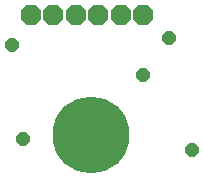
<source format=gbs>
G75*
%MOIN*%
%OFA0B0*%
%FSLAX24Y24*%
%IPPOS*%
%LPD*%
%AMOC8*
5,1,8,0,0,1.08239X$1,22.5*
%
%ADD10C,0.2560*%
%ADD11OC8,0.0690*%
%ADD12OC8,0.0436*%
D10*
X005680Y006680D03*
D11*
X005930Y010680D03*
X006680Y010680D03*
X007430Y010680D03*
X005180Y010680D03*
X004430Y010680D03*
X003680Y010680D03*
D12*
X003430Y006555D03*
X003055Y009680D03*
X007430Y008680D03*
X008305Y009930D03*
X009055Y006180D03*
M02*

</source>
